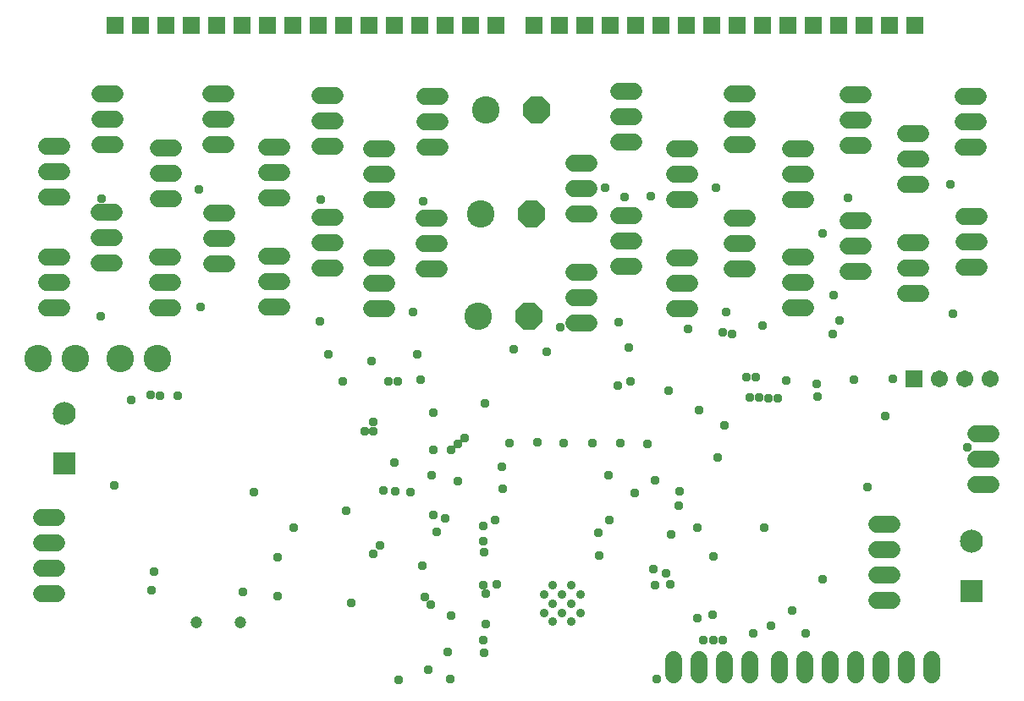
<source format=gbr>
G04 EAGLE Gerber RS-274X export*
G75*
%MOMM*%
%FSLAX34Y34*%
%LPD*%
%INSoldermask Bottom*%
%IPPOS*%
%AMOC8*
5,1,8,0,0,1.08239X$1,22.5*%
G01*
%ADD10R,1.778200X1.778200*%
%ADD11C,1.727200*%
%ADD12C,0.911200*%
%ADD13C,1.203200*%
%ADD14R,2.303200X2.303200*%
%ADD15C,2.303200*%
%ADD16C,2.743200*%
%ADD17P,2.969212X8X22.500000*%
%ADD18C,2.753200*%
%ADD19R,1.711200X1.711200*%
%ADD20C,1.711200*%
%ADD21C,0.959600*%


D10*
X101600Y670200D03*
X127000Y670200D03*
X152400Y670200D03*
X177800Y670200D03*
X203200Y670200D03*
X228600Y670200D03*
X254000Y670200D03*
X279400Y670200D03*
X304800Y670200D03*
X330200Y670200D03*
X355600Y670200D03*
X381000Y670200D03*
X406400Y670200D03*
X431800Y670200D03*
X457200Y670200D03*
X482600Y670200D03*
X520700Y670300D03*
X546100Y670300D03*
X571500Y670300D03*
X596900Y670300D03*
X622300Y670300D03*
X647700Y670300D03*
X673100Y670300D03*
X698500Y670300D03*
X723900Y670300D03*
X749300Y670300D03*
X774700Y670300D03*
X800100Y670300D03*
X825500Y670300D03*
X850900Y670300D03*
X876300Y670300D03*
X901700Y670300D03*
D11*
X101720Y551100D02*
X86480Y551100D01*
X86480Y576500D02*
X101720Y576500D01*
X101720Y601900D02*
X86480Y601900D01*
X85380Y432100D02*
X100620Y432100D01*
X100620Y457500D02*
X85380Y457500D01*
X85380Y482900D02*
X100620Y482900D01*
X197480Y551100D02*
X212720Y551100D01*
X212720Y576500D02*
X197480Y576500D01*
X197480Y601900D02*
X212720Y601900D01*
X213620Y431100D02*
X198380Y431100D01*
X198380Y456500D02*
X213620Y456500D01*
X213620Y481900D02*
X198380Y481900D01*
X306480Y549400D02*
X321720Y549400D01*
X321720Y574800D02*
X306480Y574800D01*
X306480Y600200D02*
X321720Y600200D01*
X321620Y427400D02*
X306380Y427400D01*
X306380Y452800D02*
X321620Y452800D01*
X321620Y478200D02*
X306380Y478200D01*
X411480Y548400D02*
X426720Y548400D01*
X426720Y573800D02*
X411480Y573800D01*
X411480Y599200D02*
X426720Y599200D01*
X425620Y426400D02*
X410380Y426400D01*
X410380Y451800D02*
X425620Y451800D01*
X425620Y477200D02*
X410380Y477200D01*
X605480Y553700D02*
X620720Y553700D01*
X620720Y579100D02*
X605480Y579100D01*
X605480Y604500D02*
X620720Y604500D01*
X620620Y428700D02*
X605380Y428700D01*
X605380Y454100D02*
X620620Y454100D01*
X620620Y479500D02*
X605380Y479500D01*
X718480Y550700D02*
X733720Y550700D01*
X733720Y576100D02*
X718480Y576100D01*
X718480Y601500D02*
X733720Y601500D01*
X733620Y426700D02*
X718380Y426700D01*
X718380Y452100D02*
X733620Y452100D01*
X733620Y477500D02*
X718380Y477500D01*
X834480Y549700D02*
X849720Y549700D01*
X849720Y575100D02*
X834480Y575100D01*
X834480Y600500D02*
X849720Y600500D01*
X849620Y423700D02*
X834380Y423700D01*
X834380Y449100D02*
X849620Y449100D01*
X849620Y474500D02*
X834380Y474500D01*
X949480Y548700D02*
X964720Y548700D01*
X964720Y574100D02*
X949480Y574100D01*
X949480Y599500D02*
X964720Y599500D01*
X965620Y427700D02*
X950380Y427700D01*
X950380Y453100D02*
X965620Y453100D01*
X965620Y478500D02*
X950380Y478500D01*
D12*
X557975Y72950D03*
X539625Y72950D03*
X567150Y82125D03*
X548800Y82125D03*
X530450Y82125D03*
X557975Y91300D03*
X539625Y91300D03*
X567150Y100475D03*
X548800Y100475D03*
X530450Y100475D03*
X557975Y109650D03*
X539625Y109650D03*
D13*
X182800Y72100D03*
X226800Y72100D03*
D14*
X50500Y231500D03*
D15*
X50500Y281500D03*
D11*
X42820Y126800D02*
X27580Y126800D01*
X27580Y152200D02*
X42820Y152200D01*
X42820Y177600D02*
X27580Y177600D01*
X27580Y101400D02*
X42820Y101400D01*
X863880Y119700D02*
X879120Y119700D01*
X879120Y145100D02*
X863880Y145100D01*
X863880Y170500D02*
X879120Y170500D01*
X879120Y94300D02*
X863880Y94300D01*
X48020Y498600D02*
X32780Y498600D01*
X32780Y524000D02*
X48020Y524000D01*
X48020Y549400D02*
X32780Y549400D01*
X32780Y387600D02*
X48020Y387600D01*
X48020Y413000D02*
X32780Y413000D01*
X32780Y438400D02*
X48020Y438400D01*
X144780Y496600D02*
X160020Y496600D01*
X160020Y522000D02*
X144780Y522000D01*
X144780Y547400D02*
X160020Y547400D01*
X159020Y387600D02*
X143780Y387600D01*
X143780Y413000D02*
X159020Y413000D01*
X159020Y438400D02*
X143780Y438400D01*
X252780Y497600D02*
X268020Y497600D01*
X268020Y523000D02*
X252780Y523000D01*
X252780Y548400D02*
X268020Y548400D01*
X268020Y388600D02*
X252780Y388600D01*
X252780Y414000D02*
X268020Y414000D01*
X268020Y439400D02*
X252780Y439400D01*
X357780Y495600D02*
X373020Y495600D01*
X373020Y521000D02*
X357780Y521000D01*
X357780Y546400D02*
X373020Y546400D01*
X373020Y386600D02*
X357780Y386600D01*
X357780Y412000D02*
X373020Y412000D01*
X373020Y437400D02*
X357780Y437400D01*
X560780Y481600D02*
X576020Y481600D01*
X576020Y507000D02*
X560780Y507000D01*
X560780Y532400D02*
X576020Y532400D01*
X576020Y372600D02*
X560780Y372600D01*
X560780Y398000D02*
X576020Y398000D01*
X576020Y423400D02*
X560780Y423400D01*
X660780Y495900D02*
X676020Y495900D01*
X676020Y521300D02*
X660780Y521300D01*
X660780Y546700D02*
X676020Y546700D01*
X676020Y386900D02*
X660780Y386900D01*
X660780Y412300D02*
X676020Y412300D01*
X676020Y437700D02*
X660780Y437700D01*
X776780Y495900D02*
X792020Y495900D01*
X792020Y521300D02*
X776780Y521300D01*
X776780Y546700D02*
X792020Y546700D01*
X792020Y387900D02*
X776780Y387900D01*
X776780Y413300D02*
X792020Y413300D01*
X792020Y438700D02*
X776780Y438700D01*
X891880Y511500D02*
X907120Y511500D01*
X907120Y536900D02*
X891880Y536900D01*
X891880Y562300D02*
X907120Y562300D01*
X907620Y402100D02*
X892380Y402100D01*
X892380Y427500D02*
X907620Y427500D01*
X907620Y452900D02*
X892380Y452900D01*
D16*
X471900Y585700D03*
D17*
X522700Y585700D03*
D16*
X467000Y481700D03*
D17*
X517800Y481700D03*
D16*
X465000Y378700D03*
D17*
X515800Y378700D03*
D11*
X736100Y35620D02*
X736100Y20380D01*
X710700Y20380D02*
X710700Y35620D01*
X685300Y35620D02*
X685300Y20380D01*
X659900Y20380D02*
X659900Y35620D01*
X765800Y35620D02*
X765800Y20380D01*
X791200Y20380D02*
X791200Y35620D01*
X816600Y35620D02*
X816600Y20380D01*
X842000Y20380D02*
X842000Y35620D01*
X867400Y35620D02*
X867400Y20380D01*
X892800Y20380D02*
X892800Y35620D01*
X918200Y35620D02*
X918200Y20380D01*
D18*
X61500Y337000D03*
X106500Y337000D03*
X24500Y337000D03*
X143500Y337000D03*
D14*
X957900Y103900D03*
D15*
X957900Y153900D03*
D11*
X962780Y261200D02*
X978020Y261200D01*
X978020Y235800D02*
X962780Y235800D01*
X962780Y210400D02*
X978020Y210400D01*
D19*
X901100Y316600D03*
D20*
X926500Y316600D03*
X951900Y316600D03*
X977300Y316600D03*
D21*
X637000Y499300D03*
X809000Y462300D03*
X954200Y247500D03*
X229000Y103000D03*
X240000Y203000D03*
X437000Y16000D03*
X643000Y16000D03*
X338000Y92050D03*
X101000Y210000D03*
X595000Y220000D03*
X596000Y175000D03*
X411056Y97884D03*
X642000Y109900D03*
X306000Y374000D03*
X605000Y373300D03*
X709000Y363300D03*
X834818Y497300D03*
X937000Y511300D03*
X940000Y381300D03*
X703000Y507300D03*
X399300Y383100D03*
X410000Y494000D03*
X307000Y496000D03*
X187000Y388000D03*
X185000Y506000D03*
X87000Y379000D03*
X87562Y496438D03*
X592000Y507300D03*
X329200Y313400D03*
X712457Y383494D03*
X444000Y214000D03*
X665000Y189000D03*
X778900Y84300D03*
X683800Y167400D03*
X585000Y162000D03*
X586000Y139000D03*
X657800Y160900D03*
X140000Y123000D03*
X655500Y304800D03*
X471426Y291706D03*
X751000Y167700D03*
X809206Y115600D03*
X871900Y279394D03*
X840300Y315300D03*
X826068Y374728D03*
X854300Y207800D03*
X385400Y15300D03*
X314800Y341200D03*
X366400Y149900D03*
X409200Y129500D03*
X615100Y347800D03*
X617300Y313700D03*
X423000Y163000D03*
X419490Y245490D03*
X117650Y295250D03*
X437431Y245027D03*
X137000Y299900D03*
X444216Y251095D03*
X146200Y299700D03*
X451000Y257163D03*
X164250Y299750D03*
X360000Y272932D03*
X419900Y282662D03*
X736736Y298000D03*
X611000Y498300D03*
X718600Y361594D03*
X733200Y317817D03*
X745824Y298000D03*
X500000Y346068D03*
X532960Y343360D03*
X604500Y310000D03*
X764000Y297000D03*
X749185Y369485D03*
X742288Y317928D03*
X820000Y400434D03*
X819600Y361461D03*
X803500Y311054D03*
X804400Y298900D03*
X754912Y297000D03*
X772800Y314717D03*
X546838Y367746D03*
X675000Y366300D03*
X416884Y90000D03*
X434000Y43000D03*
X438000Y79000D03*
X350912Y263722D03*
X382000Y204000D03*
X642000Y215000D03*
X657088Y110925D03*
X700000Y54842D03*
X684002Y76994D03*
X374912Y314000D03*
X621000Y202000D03*
X360000Y263844D03*
X384000Y314000D03*
X397072Y203072D03*
X652594Y122000D03*
X699058Y79954D03*
X414600Y24900D03*
X470200Y41800D03*
X709088Y54642D03*
X488000Y228000D03*
X470000Y169000D03*
X417912Y219740D03*
X407400Y315100D03*
X380797Y232854D03*
X496000Y252000D03*
X524000Y253000D03*
X550118Y252000D03*
X579000Y252000D03*
X607000Y252000D03*
X634000Y251000D03*
X369624Y204624D03*
X758000Y69000D03*
X358300Y334100D03*
X690007Y54642D03*
X483000Y111000D03*
X333000Y184000D03*
X470000Y55000D03*
X264000Y138000D03*
X472000Y71000D03*
X280000Y167000D03*
X432000Y177000D03*
X360000Y141000D03*
X666000Y204000D03*
X489210Y206706D03*
X138000Y105000D03*
X264106Y99000D03*
X419864Y179855D03*
X482000Y175000D03*
X792173Y61146D03*
X472000Y100912D03*
X739870Y61662D03*
X470000Y154000D03*
X471000Y143000D03*
X470000Y110000D03*
X711100Y269700D03*
X685600Y285402D03*
X404000Y341082D03*
X879400Y316500D03*
X704400Y237692D03*
X699798Y138256D03*
X639800Y125500D03*
M02*

</source>
